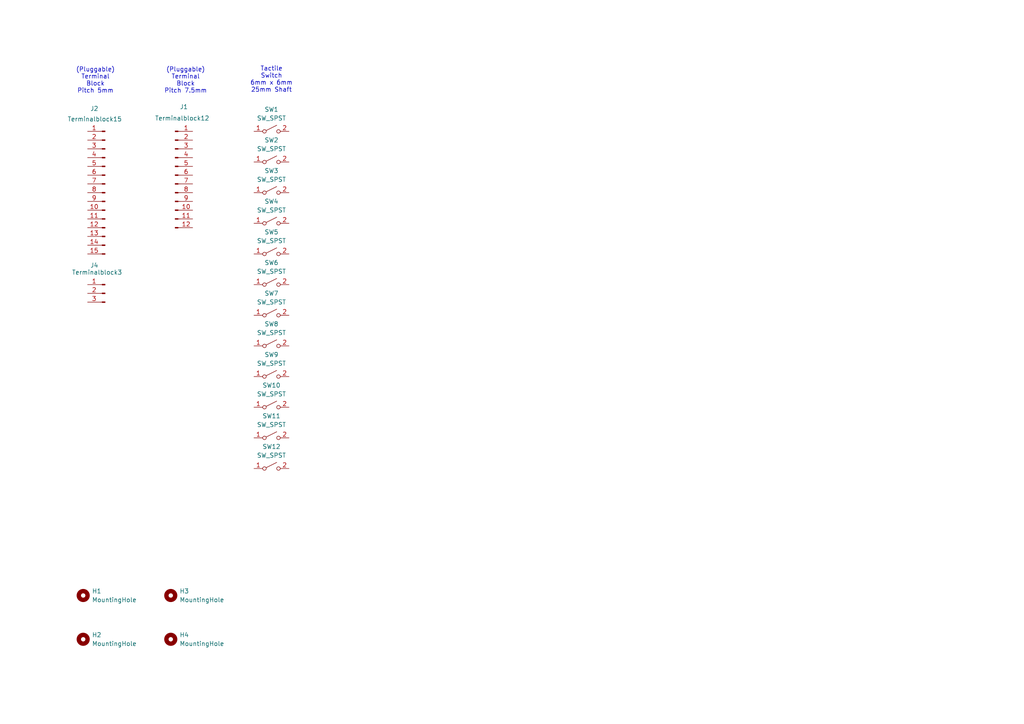
<source format=kicad_sch>
(kicad_sch (version 20231120) (generator "eeschema") (generator_version "8.0")
  (paper "A4")
  (lib_symbols
    (symbol "Connector:Conn_01x03_Pin" (pin_names (offset 1.016) hide)
      (property "Reference" "J" (at 0 5.08 0))
      (property "Value" "Conn_01x03_Pin" (at 0 -5.08 0))
      (symbol "Conn_01x03_Pin_1_1"
        (polyline (pts (xy 1.27 -2.54) (xy 0.8636 -2.54)) (stroke (width 0.1524)))
        (polyline (pts (xy 1.27 0) (xy 0.8636 0)) (stroke (width 0.1524)))
        (polyline (pts (xy 1.27 2.54) (xy 0.8636 2.54)) (stroke (width 0.1524)))
        (rectangle (start 0.8636 -2.413) (end 0 -2.667) (stroke (width 0.1524)) (fill (type outline)))
        (rectangle (start 0.8636 0.127) (end 0 -0.127) (stroke (width 0.1524)) (fill (type outline)))
        (rectangle (start 0.8636 2.667) (end 0 2.413) (stroke (width 0.1524)) (fill (type outline)))
        (pin passive line (at 5.08 2.54 180) (length 3.81) (name "Pin_1") (number "1"))
        (pin passive line (at 5.08 0 180) (length 3.81) (name "Pin_2") (number "2"))
        (pin passive line (at 5.08 -2.54 180) (length 3.81) (name "Pin_3") (number "3"))
      )
    )
    (symbol "Connector:Conn_01x12_Pin" (pin_names (offset 1.016) hide)
      (property "Reference" "J" (at 0 15.24 0))
      (property "Value" "Conn_01x12_Pin" (at 0 -17.78 0))
      (symbol "Conn_01x12_Pin_1_1"
        (polyline (pts (xy 1.27 -15.24) (xy 0.8636 -15.24)) (stroke (width 0.1524)))
        (polyline (pts (xy 1.27 -12.7) (xy 0.8636 -12.7)) (stroke (width 0.1524)))
        (polyline (pts (xy 1.27 -10.16) (xy 0.8636 -10.16)) (stroke (width 0.1524)))
        (polyline (pts (xy 1.27 -7.62) (xy 0.8636 -7.62)) (stroke (width 0.1524)))
        (polyline (pts (xy 1.27 -5.08) (xy 0.8636 -5.08)) (stroke (width 0.1524)))
        (polyline (pts (xy 1.27 -2.54) (xy 0.8636 -2.54)) (stroke (width 0.1524)))
        (polyline (pts (xy 1.27 0) (xy 0.8636 0)) (stroke (width 0.1524)))
        (polyline (pts (xy 1.27 2.54) (xy 0.8636 2.54)) (stroke (width 0.1524)))
        (polyline (pts (xy 1.27 5.08) (xy 0.8636 5.08)) (stroke (width 0.1524)))
        (polyline (pts (xy 1.27 7.62) (xy 0.8636 7.62)) (stroke (width 0.1524)))
        (polyline (pts (xy 1.27 10.16) (xy 0.8636 10.16)) (stroke (width 0.1524)))
        (polyline (pts (xy 1.27 12.7) (xy 0.8636 12.7)) (stroke (width 0.1524)))
        (rectangle (start 0.8636 -15.113) (end 0 -15.367) (stroke (width 0.1524)) (fill (type outline)))
        (rectangle (start 0.8636 -12.573) (end 0 -12.827) (stroke (width 0.1524)) (fill (type outline)))
        (rectangle (start 0.8636 -10.033) (end 0 -10.287) (stroke (width 0.1524)) (fill (type outline)))
        (rectangle (start 0.8636 -7.493) (end 0 -7.747) (stroke (width 0.1524)) (fill (type outline)))
        (rectangle (start 0.8636 -4.953) (end 0 -5.207) (stroke (width 0.1524)) (fill (type outline)))
        (rectangle (start 0.8636 -2.413) (end 0 -2.667) (stroke (width 0.1524)) (fill (type outline)))
        (rectangle (start 0.8636 0.127) (end 0 -0.127) (stroke (width 0.1524)) (fill (type outline)))
        (rectangle (start 0.8636 2.667) (end 0 2.413) (stroke (width 0.1524)) (fill (type outline)))
        (rectangle (start 0.8636 5.207) (end 0 4.953) (stroke (width 0.1524)) (fill (type outline)))
        (rectangle (start 0.8636 7.747) (end 0 7.493) (stroke (width 0.1524)) (fill (type outline)))
        (rectangle (start 0.8636 10.287) (end 0 10.033) (stroke (width 0.1524)) (fill (type outline)))
        (rectangle (start 0.8636 12.827) (end 0 12.573) (stroke (width 0.1524)) (fill (type outline)))
        (pin passive line (at 5.08 12.7 180) (length 3.81) (name "Pin_1") (number "1"))
        (pin passive line (at 5.08 -10.16 180) (length 3.81) (name "Pin_10") (number "10"))
        (pin passive line (at 5.08 -12.7 180) (length 3.81) (name "Pin_11") (number "11"))
        (pin passive line (at 5.08 -15.24 180) (length 3.81) (name "Pin_12") (number "12"))
        (pin passive line (at 5.08 10.16 180) (length 3.81) (name "Pin_2") (number "2"))
        (pin passive line (at 5.08 7.62 180) (length 3.81) (name "Pin_3") (number "3"))
        (pin passive line (at 5.08 5.08 180) (length 3.81) (name "Pin_4") (number "4"))
        (pin passive line (at 5.08 2.54 180) (length 3.81) (name "Pin_5") (number "5"))
        (pin passive line (at 5.08 0 180) (length 3.81) (name "Pin_6") (number "6"))
        (pin passive line (at 5.08 -2.54 180) (length 3.81) (name "Pin_7") (number "7"))
        (pin passive line (at 5.08 -5.08 180) (length 3.81) (name "Pin_8") (number "8"))
        (pin passive line (at 5.08 -7.62 180) (length 3.81) (name "Pin_9") (number "9"))
      )
    )
    (symbol "Connector:Conn_01x15_Pin" (pin_names (offset 1.016) hide)
      (property "Reference" "J" (at 0 20.32 0))
      (property "Value" "Conn_01x15_Pin" (at 0 -20.32 0))
      (symbol "Conn_01x15_Pin_1_1"
        (polyline (pts (xy 1.27 -17.78) (xy 0.8636 -17.78)) (stroke (width 0.1524)))
        (polyline (pts (xy 1.27 -15.24) (xy 0.8636 -15.24)) (stroke (width 0.1524)))
        (polyline (pts (xy 1.27 -12.7) (xy 0.8636 -12.7)) (stroke (width 0.1524)))
        (polyline (pts (xy 1.27 -10.16) (xy 0.8636 -10.16)) (stroke (width 0.1524)))
        (polyline (pts (xy 1.27 -7.62) (xy 0.8636 -7.62)) (stroke (width 0.1524)))
        (polyline (pts (xy 1.27 -5.08) (xy 0.8636 -5.08)) (stroke (width 0.1524)))
        (polyline (pts (xy 1.27 -2.54) (xy 0.8636 -2.54)) (stroke (width 0.1524)))
        (polyline (pts (xy 1.27 0) (xy 0.8636 0)) (stroke (width 0.1524)))
        (polyline (pts (xy 1.27 2.54) (xy 0.8636 2.54)) (stroke (width 0.1524)))
        (polyline (pts (xy 1.27 5.08) (xy 0.8636 5.08)) (stroke (width 0.1524)))
        (polyline (pts (xy 1.27 7.62) (xy 0.8636 7.62)) (stroke (width 0.1524)))
        (polyline (pts (xy 1.27 10.16) (xy 0.8636 10.16)) (stroke (width 0.1524)))
        (polyline (pts (xy 1.27 12.7) (xy 0.8636 12.7)) (stroke (width 0.1524)))
        (polyline (pts (xy 1.27 15.24) (xy 0.8636 15.24)) (stroke (width 0.1524)))
        (polyline (pts (xy 1.27 17.78) (xy 0.8636 17.78)) (stroke (width 0.1524)))
        (rectangle (start 0.8636 -17.653) (end 0 -17.907) (stroke (width 0.1524)) (fill (type outline)))
        (rectangle (start 0.8636 -15.113) (end 0 -15.367) (stroke (width 0.1524)) (fill (type outline)))
        (rectangle (start 0.8636 -12.573) (end 0 -12.827) (stroke (width 0.1524)) (fill (type outline)))
        (rectangle (start 0.8636 -10.033) (end 0 -10.287) (stroke (width 0.1524)) (fill (type outline)))
        (rectangle (start 0.8636 -7.493) (end 0 -7.747) (stroke (width 0.1524)) (fill (type outline)))
        (rectangle (start 0.8636 -4.953) (end 0 -5.207) (stroke (width 0.1524)) (fill (type outline)))
        (rectangle (start 0.8636 -2.413) (end 0 -2.667) (stroke (width 0.1524)) (fill (type outline)))
        (rectangle (start 0.8636 0.127) (end 0 -0.127) (stroke (width 0.1524)) (fill (type outline)))
        (rectangle (start 0.8636 2.667) (end 0 2.413) (stroke (width 0.1524)) (fill (type outline)))
        (rectangle (start 0.8636 5.207) (end 0 4.953) (stroke (width 0.1524)) (fill (type outline)))
        (rectangle (start 0.8636 7.747) (end 0 7.493) (stroke (width 0.1524)) (fill (type outline)))
        (rectangle (start 0.8636 10.287) (end 0 10.033) (stroke (width 0.1524)) (fill (type outline)))
        (rectangle (start 0.8636 12.827) (end 0 12.573) (stroke (width 0.1524)) (fill (type outline)))
        (rectangle (start 0.8636 15.367) (end 0 15.113) (stroke (width 0.1524)) (fill (type outline)))
        (rectangle (start 0.8636 17.907) (end 0 17.653) (stroke (width 0.1524)) (fill (type outline)))
        (pin passive line (at 5.08 17.78 180) (length 3.81) (name "Pin_1") (number "1"))
        (pin passive line (at 5.08 -5.08 180) (length 3.81) (name "Pin_10") (number "10"))
        (pin passive line (at 5.08 -7.62 180) (length 3.81) (name "Pin_11") (number "11"))
        (pin passive line (at 5.08 -10.16 180) (length 3.81) (name "Pin_12") (number "12"))
        (pin passive line (at 5.08 -12.7 180) (length 3.81) (name "Pin_13") (number "13"))
        (pin passive line (at 5.08 -15.24 180) (length 3.81) (name "Pin_14") (number "14"))
        (pin passive line (at 5.08 -17.78 180) (length 3.81) (name "Pin_15") (number "15"))
        (pin passive line (at 5.08 15.24 180) (length 3.81) (name "Pin_2") (number "2"))
        (pin passive line (at 5.08 12.7 180) (length 3.81) (name "Pin_3") (number "3"))
        (pin passive line (at 5.08 10.16 180) (length 3.81) (name "Pin_4") (number "4"))
        (pin passive line (at 5.08 7.62 180) (length 3.81) (name "Pin_5") (number "5"))
        (pin passive line (at 5.08 5.08 180) (length 3.81) (name "Pin_6") (number "6"))
        (pin passive line (at 5.08 2.54 180) (length 3.81) (name "Pin_7") (number "7"))
        (pin passive line (at 5.08 0 180) (length 3.81) (name "Pin_8") (number "8"))
        (pin passive line (at 5.08 -2.54 180) (length 3.81) (name "Pin_9") (number "9"))
      )
    )
    (symbol "Mechanical:MountingHole" (pin_names (offset 1.016)) (exclude_from_sim yes) (in_bom no)
      (property "Reference" "H" (at 0 5.08 0))
      (property "Value" "MountingHole" (at 0 3.175 0))
      (symbol "MountingHole_0_1"
        (circle (center 0 0) (radius 1.27) (stroke (width 1.27)))
      )
    )
    (symbol "Switch:SW_SPST" (pin_names (offset 0) hide)
      (property "Reference" "SW" (at 0 3.175 0))
      (property "Value" "SW_SPST" (at 0 -2.54 0))
      (symbol "SW_SPST_0_0"
        (circle (center -2.032 0) (radius 0.508))
        (polyline (pts (xy -1.524 0.254) (xy 1.524 1.778)))
        (circle (center 2.032 0) (radius 0.508))
      )
      (symbol "SW_SPST_1_1"
        (pin passive line (at -5.08 0 0) (length 2.54) (name "A") (number "1"))
        (pin passive line (at 5.08 0 180) (length 2.54) (name "B") (number "2"))
      )
    )
  )
  (text "(Pluggable)\nTerminal\nBlock\nPitch 5mm" (at 27.686 23.368 0) (effects (font (size 1.27 1.27))))
  (text "(Pluggable)\nTerminal\nBlock\nPitch 7.5mm" (at 53.848 23.368 0) (effects (font (size 1.27 1.27))))
  (text "Tactile\nSwitch\n6mm x 6mm\n25mm Shaft" (at 78.74 23.114 0) (effects (font (size 1.27 1.27))))
  (symbol (lib_id "Switch:SW_SPST") (at 78.74 135.89 0) (unit 1)
    (property "Reference" "SW12" (at 78.74 129.54 0))
    (property "Value" "SW_SPST" (at 78.74 132.08 0))
    (property "Footprint" "Button_Switch_THT:SW_PUSH_6mm" (effects (hide yes)))
    (property "Description" "Single Pole Single Throw (SPST) switch" (effects (hide yes)))
  )
  (symbol (lib_id "Switch:SW_SPST") (at 78.74 100.33 0) (unit 1)
    (property "Reference" "SW8" (at 78.74 93.98 0))
    (property "Value" "SW_SPST" (at 78.74 96.52 0))
    (property "Footprint" "Button_Switch_THT:SW_PUSH_6mm" (effects (hide yes)))
    (property "Description" "Single Pole Single Throw (SPST) switch" (effects (hide yes)))
  )
  (symbol (lib_id "Connector:Conn_01x12_Pin") (at 50.8 50.8 0) (unit 1)
    (property "Reference" "J1" (at 53.34 30.988 0))
    (property "Value" "Terminalblock12" (at 52.832 34.29 0))
    (property "Footprint" "Connector_Phoenix_GMSTB:PhoenixContact_GMSTBA_2,5_10-G_1x10_P7.50mm_Horizontal" (effects (hide yes)))
    (property "Description" "Generic connector, single row, 01x12, script generated" (effects (hide yes)))
  )
  (symbol (lib_id "Switch:SW_SPST") (at 78.74 91.44 0) (unit 1)
    (property "Reference" "SW7" (at 78.74 85.09 0))
    (property "Value" "SW_SPST" (at 78.74 87.63 0))
    (property "Footprint" "Button_Switch_THT:SW_PUSH_6mm" (effects (hide yes)))
    (property "Description" "Single Pole Single Throw (SPST) switch" (effects (hide yes)))
  )
  (symbol (lib_id "Switch:SW_SPST") (at 78.74 82.55 0) (unit 1)
    (property "Reference" "SW6" (at 78.74 76.2 0))
    (property "Value" "SW_SPST" (at 78.74 78.74 0))
    (property "Footprint" "Button_Switch_THT:SW_PUSH_6mm" (effects (hide yes)))
    (property "Description" "Single Pole Single Throw (SPST) switch" (effects (hide yes)))
  )
  (symbol (lib_id "Mechanical:MountingHole") (at 49.53 185.42 0) (unit 1) (exclude_from_sim yes) (in_bom no)
    (property "Reference" "H4" (at 52.07 184.1499 0) (effects (justify left)))
    (property "Value" "MountingHole" (at 52.07 186.6899 0) (effects (justify left)))
    (property "Footprint" "MountingHole:MountingHole_3.2mm_M3" (effects (hide yes)))
    (property "Description" "Mounting Hole without connection" (effects (hide yes)))
  )
  (symbol (lib_id "Switch:SW_SPST") (at 78.74 38.1 0) (unit 1)
    (property "Reference" "SW1" (at 78.74 31.75 0))
    (property "Value" "SW_SPST" (at 78.74 34.29 0))
    (property "Footprint" "Button_Switch_THT:SW_PUSH_6mm" (effects (hide yes)))
    (property "Description" "Single Pole Single Throw (SPST) switch" (effects (hide yes)))
  )
  (symbol (lib_id "Switch:SW_SPST") (at 78.74 64.77 0) (unit 1)
    (property "Reference" "SW4" (at 78.74 58.42 0))
    (property "Value" "SW_SPST" (at 78.74 60.96 0))
    (property "Footprint" "Button_Switch_THT:SW_PUSH_6mm" (effects (hide yes)))
    (property "Description" "Single Pole Single Throw (SPST) switch" (effects (hide yes)))
  )
  (symbol (lib_id "Switch:SW_SPST") (at 78.74 73.66 0) (unit 1)
    (property "Reference" "SW5" (at 78.74 67.31 0))
    (property "Value" "SW_SPST" (at 78.74 69.85 0))
    (property "Footprint" "Button_Switch_THT:SW_PUSH_6mm" (effects (hide yes)))
    (property "Description" "Single Pole Single Throw (SPST) switch" (effects (hide yes)))
  )
  (symbol (lib_id "Switch:SW_SPST") (at 78.74 55.88 0) (unit 1)
    (property "Reference" "SW3" (at 78.74 49.53 0))
    (property "Value" "SW_SPST" (at 78.74 52.07 0))
    (property "Footprint" "Button_Switch_THT:SW_PUSH_6mm" (effects (hide yes)))
    (property "Description" "Single Pole Single Throw (SPST) switch" (effects (hide yes)))
  )
  (symbol (lib_id "Mechanical:MountingHole") (at 49.53 172.72 0) (unit 1) (exclude_from_sim yes) (in_bom no)
    (property "Reference" "H3" (at 52.07 171.4499 0) (effects (justify left)))
    (property "Value" "MountingHole" (at 52.07 173.9899 0) (effects (justify left)))
    (property "Footprint" "MountingHole:MountingHole_3.2mm_M3" (effects (hide yes)))
    (property "Description" "Mounting Hole without connection" (effects (hide yes)))
  )
  (symbol (lib_id "Switch:SW_SPST") (at 78.74 46.99 0) (unit 1)
    (property "Reference" "SW2" (at 78.74 40.64 0))
    (property "Value" "SW_SPST" (at 78.74 43.18 0))
    (property "Footprint" "Button_Switch_THT:SW_PUSH_6mm" (effects (hide yes)))
    (property "Description" "Single Pole Single Throw (SPST) switch" (effects (hide yes)))
  )
  (symbol (lib_id "Mechanical:MountingHole") (at 24.13 172.72 0) (unit 1) (exclude_from_sim yes) (in_bom no)
    (property "Reference" "H1" (at 26.67 171.4499 0) (effects (justify left)))
    (property "Value" "MountingHole" (at 26.67 173.9899 0) (effects (justify left)))
    (property "Footprint" "MountingHole:MountingHole_3.2mm_M3" (effects (hide yes)))
    (property "Description" "Mounting Hole without connection" (effects (hide yes)))
  )
  (symbol (lib_id "Connector:Conn_01x03_Pin") (at 30.48 85.09 0) (mirror y) (unit 1)
    (property "Reference" "J4" (at 26.162 76.962 0) (effects (justify right)))
    (property "Value" "Terminalblock3" (at 20.828 78.994 0) (effects (justify right)))
    (property "Footprint" "Connector_Phoenix_MSTB:PhoenixContact_MSTBA_2,5_3-G_1x03_P5.00mm_Horizontal" (effects (hide yes)))
    (property "Description" "Generic connector, single row, 01x03, script generated" (effects (hide yes)))
  )
  (symbol (lib_id "Switch:SW_SPST") (at 78.74 109.22 0) (unit 1)
    (property "Reference" "SW9" (at 78.74 102.87 0))
    (property "Value" "SW_SPST" (at 78.74 105.41 0))
    (property "Footprint" "Button_Switch_THT:SW_PUSH_6mm" (effects (hide yes)))
    (property "Description" "Single Pole Single Throw (SPST) switch" (effects (hide yes)))
  )
  (symbol (lib_id "Connector:Conn_01x15_Pin") (at 30.48 55.88 0) (mirror y) (unit 1)
    (property "Reference" "J2" (at 26.162 31.496 0) (effects (justify right)))
    (property "Value" "Terminalblock15" (at 19.558 34.544 0) (effects (justify right)))
    (property "Footprint" "Connector_Phoenix_MSTB:PhoenixContact_MSTBA_2,5_15-G_1x15_P5.00mm_Horizontal" (effects (hide yes)))
    (property "Description" "Generic connector, single row, 01x15, script generated" (effects (hide yes)))
  )
  (symbol (lib_id "Switch:SW_SPST") (at 78.74 118.11 0) (unit 1)
    (property "Reference" "SW10" (at 78.74 111.76 0))
    (property "Value" "SW_SPST" (at 78.74 114.3 0))
    (property "Footprint" "Button_Switch_THT:SW_PUSH_6mm" (effects (hide yes)))
    (property "Description" "Single Pole Single Throw (SPST) switch" (effects (hide yes)))
  )
  (symbol (lib_id "Mechanical:MountingHole") (at 24.13 185.42 0) (unit 1) (exclude_from_sim yes) (in_bom no)
    (property "Reference" "H2" (at 26.67 184.1499 0) (effects (justify left)))
    (property "Value" "MountingHole" (at 26.67 186.6899 0) (effects (justify left)))
    (property "Footprint" "MountingHole:MountingHole_3.2mm_M3" (effects (hide yes)))
    (property "Description" "Mounting Hole without connection" (effects (hide yes)))
  )
  (symbol (lib_id "Switch:SW_SPST") (at 78.74 127 0) (unit 1)
    (property "Reference" "SW11" (at 78.74 120.65 0))
    (property "Value" "SW_SPST" (at 78.74 123.19 0))
    (property "Footprint" "Button_Switch_THT:SW_PUSH_6mm" (effects (hide yes)))
    (property "Description" "Single Pole Single Throw (SPST) switch" (effects (hide yes)))
  )
)
</source>
